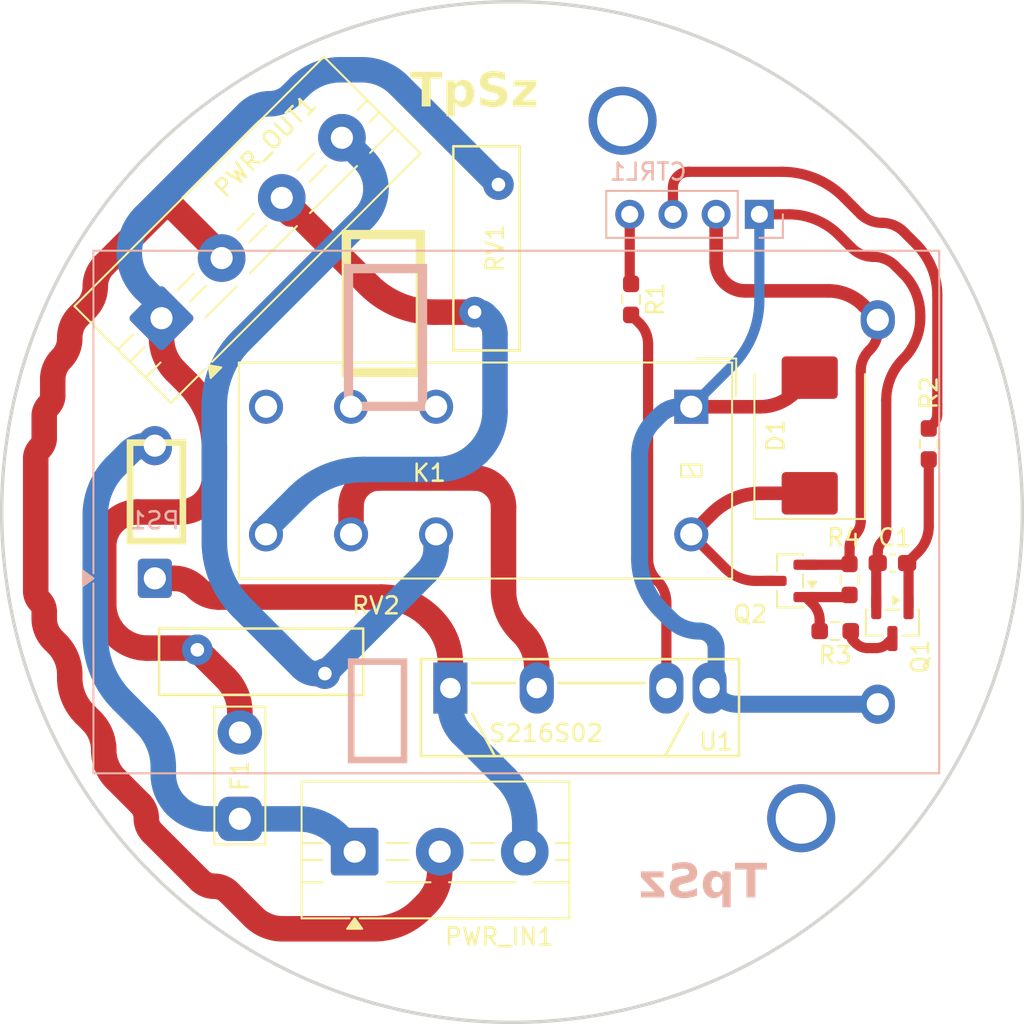
<source format=kicad_pcb>
(kicad_pcb (version 20241229) (generator "pcbnew") (generator_version "9.0")
  (layers (0 "F.Cu" signal) (2 "B.Cu" signal) (13 "F.Paste" user) (15 "B.Paste" user) (5 "F.SilkS" user "F.Silkscreen") (7 "B.SilkS" user "B.Silkscreen") (1 "F.Mask" user) (3 "B.Mask" user) (25 "Edge.Cuts" user))
  (net 0 "")
  (net 1 "Net-(Q1-B)")
  (net 2 "GND")
  (net 3 "SSR_EN")
  (net 4 "RELAY_EN")
  (net 5 "+12V")
  (net 6 "V_RELAY")
  (net 7 "N")
  (net 8 "N_OUT")
  (net 10 "UP")
  (net 11 "DOWN")
  (net 13 "L_RELAY")
  (net 15 "L")
  (net 16 "PE")
  (net 17 "Net-(Q1-C)")
  (net 18 "Net-(Q2-G)")
  (net 19 "Net-(R1-Pad2)")
  (footprint "TestPoint:TestPoint_2Pads_Pitch5.08mm_Drill1.3mm" (layer "F.Cu") (at 80.5 120.04 90)
    (property "Reference" "F1" (at 2.54 0 90) (layer "F.SilkS"))
    (property "Value" "Fuse_250V")
    (fp_line (start -1.5 -1.5) (end 6.6 -1.5) (stroke (width 0.12)) (layer "F.SilkS"))
    (fp_line (start -1.5 -1.5) (end -1.5 1.5) (stroke (width 0.12)) (layer "F.SilkS"))
    (fp_line (start 6.6 1.5) (end 6.6 -1.5) (stroke (width 0.12)) (layer "F.SilkS"))
    (fp_line (start 6.6 1.5) (end -1.5 1.5) (stroke (width 0.12)) (layer "F.SilkS"))
    (pad "1" thru_hole roundrect (at 0 0 90) (size 2.6 2.6) (drill 1.3) (layers "*.Cu" "*.Mask") (net 7 "N"))
    (pad "2" thru_hole circle (at 5.08 0 90) (size 2.6 2.6) (drill 1.3) (layers "*.Cu" "*.Mask") (net 8 "N_OUT"))
  )
  (footprint "Capacitor_SMD:C_0603_1608Metric_Pad1.08x0.95mm_HandSolder" (layer "F.Cu") (at 118.862499 105 180)
    (property "Reference" "C1" (at -0.137501 1.5 0) (layer "F.SilkS"))
    (property "Value" "1uF" (hide yes))
    (fp_line (start -0.146267 0.51) (end 0.146267 0.51) (stroke (width 0.12)) (layer "F.SilkS"))
    (fp_line (start -0.146267 -0.51) (end 0.146267 -0.51) (stroke (width 0.12)) (layer "F.SilkS"))
    (pad "1" smd roundrect (at -0.8625 0 180) (size 1.075 0.95) (layers "F.Cu" "F.Mask" "F.Paste") (net 1 "Net-(Q1-B)"))
    (pad "2" smd roundrect (at 0.8625 0 180) (size 1.075 0.95) (layers "F.Cu" "F.Mask" "F.Paste") (net 2 "GND"))
  )
  (footprint "Diode_SMD:D_SMC" (layer "F.Cu") (at 114 97.5 90)
    (property "Reference" "D1" (at 0 -2 90) (layer "F.SilkS"))
    (property "Value" "SS1010 F1" (hide yes))
    (fp_line (start -4.91 -3.25) (end 3.599999 -3.25) (stroke (width 0.12)) (layer "F.SilkS"))
    (fp_line (start -4.91 3.25) (end -4.91 -3.25) (stroke (width 0.12)) (layer "F.SilkS"))
    (fp_line (start -4.91 3.25) (end 3.599999 3.25) (stroke (width 0.12)) (layer "F.SilkS"))
    (pad "1" smd roundrect (at -3.4 0 180) (size 3.3 2.5) (layers "F.Cu" "F.Mask" "F.Paste") (roundrect_rratio 0.1) (net 6 "V_RELAY"))
    (pad "2" smd roundrect (at 3.4 0 180) (size 3.3 2.5) (layers "F.Cu" "F.Mask" "F.Paste") (roundrect_rratio 0.1) (net 2 "GND"))
  )
  (footprint "Varistor:RV_Disc_D12mm_W3.9mm_P7.5mm" (layer "F.Cu") (at 94.3 90.25 90)
    (property "Reference" "RV1" (at 3.75 1.2 90) (layer "F.SilkS"))
    (property "Value" "Varistor")
    (fp_line (start 9.750001 -1.25) (end 9.75 2.65) (stroke (width 0.15)) (layer "F.SilkS"))
    (fp_line (start -2.25 -1.25) (end 9.750001 -1.25) (stroke (width 0.15)) (layer "F.SilkS"))
    (fp_line (start -2.25 -1.25) (end -2.25 2.65) (stroke (width 0.15)) (layer "F.SilkS"))
    (fp_line (start -2.25 2.65) (end 9.75 2.65) (stroke (width 0.15)) (layer "F.SilkS"))
    (pad "1" thru_hole circle (at 0 0 90) (size 1.8 1.8) (drill 0.8) (layers "*.Cu" "*.Mask") (net 11 "DOWN"))
    (pad "2" thru_hole circle (at 7.499999 1.4 90) (size 1.8 1.8) (drill 0.8) (layers "*.Cu" "*.Mask") (net 8 "N_OUT"))
  )
  (footprint "Varistor:RV_Disc_D12mm_W3.9mm_P7.5mm" (layer "F.Cu") (at 85.5 111.5 180)
    (property "Reference" "RV2" (at -3 4 0) (layer "F.SilkS"))
    (property "Value" "Varistor")
    (fp_line (start 9.75 -1.25) (end 9.75 2.65) (stroke (width 0.15)) (layer "F.SilkS"))
    (fp_line (start -2.25 2.65) (end 9.75 2.65) (stroke (width 0.15)) (layer "F.SilkS"))
    (fp_line (start -2.25 -1.25) (end 9.75 -1.25) (stroke (width 0.15)) (layer "F.SilkS"))
    (fp_line (start -2.25 -1.25) (end -2.25 2.65) (stroke (width 0.15)) (layer "F.SilkS"))
    (pad "1" thru_hole circle (at 0 0 180) (size 1.8 1.8) (drill 0.8) (layers "*.Cu" "*.Mask") (net 10 "UP"))
    (pad "2" thru_hole circle (at 7.5 1.4 180) (size 1.8 1.8) (drill 0.8) (layers "*.Cu" "*.Mask") (net 8 "N_OUT"))
  )
  (footprint "Package_SIP:SIP4_Sharp-SSR_P7.62mm_Straight" (layer "F.Cu") (at 92.875 112.35)
    (property "Reference" "U1" (at 15.625 3.15 0) (layer "F.SilkS"))
    (property "Value" "S216S02" (at 5.625 2.65 0) (layer "F.SilkS"))
    (fp_line (start -1.73 -1.7) (end 16.97 -1.7) (stroke (width 0.15)) (layer "F.SilkS"))
    (fp_line (start -1.73 4) (end -1.73 -1.7) (stroke (width 0.15)) (layer "F.SilkS"))
    (fp_line (start 1.27 -0.3) (end 3.81 -0.3) (stroke (width 0.15)) (layer "F.SilkS"))
    (fp_line (start 2.62 4) (end 1.28 1.5) (stroke (width 0.15)) (layer "F.SilkS"))
    (fp_line (start 6.35 -0.3) (end 11.43 -0.3) (stroke (width 0.15)) (layer "F.SilkS"))
    (fp_line (start 12.62 4) (end 13.96 1.5) (stroke (width 0.15)) (layer "F.SilkS"))
    (fp_line (start 16.97 -1.7) (end 16.97 4) (stroke (width 0.15)) (layer "F.SilkS"))
    (fp_line (start 16.97 4) (end -1.73 4) (stroke (width 0.15)) (layer "F.SilkS"))
    (pad "1" thru_hole rect (at 0 0) (size 2 3) (drill 1.2) (layers "*.Cu" "*.Mask") (net 15 "L"))
    (pad "2" thru_hole oval (at 5.08 0) (size 2 3) (drill 1.2) (layers "*.Cu" "*.Mask") (net 13 "L_RELAY"))
    (pad "3" thru_hole oval (at 12.7 0) (size 2 3) (drill 1.2) (layers "*.Cu" "*.Mask") (net 19 "Net-(R1-Pad2)"))
    (pad "4" thru_hole oval (at 15.24 0) (size 2 3) (drill 1.2) (layers "*.Cu" "*.Mask") (net 2 "GND"))
  )
  (footprint "Relay_THT:Relay_DPDT_Omron_G2RL-2" (layer "F.Cu") (at 107.0375 95.8125 -90)
    (property "Reference" "K1" (at 3.889087 15.403806 0) (layer "F.SilkS"))
    (property "Value" "G2RL-2")
    (fp_line (start -2.6 26.6) (end 10.1 26.6) (stroke (width 0.12)) (layer "F.SilkS"))
    (fp_line (start 10.1 26.6) (end 10.1 -2.4) (stroke (width 0.12)) (layer "F.SilkS"))
    (fp_line (start 3.4 0.6) (end 4.1 0.6) (stroke (width 0.12)) (layer "F.SilkS"))
    (fp_line (start 4.1 0.6) (end 4.1 -0.6) (stroke (width 0.12)) (layer "F.SilkS"))
    (fp_line (start 3.4 0.199999) (end 4.1 -0.2) (stroke (width 0.12)) (layer "F.SilkS"))
    (fp_line (start -2.84 -0.3) (end -2.84 -2.64) (stroke (width 0.12)) (layer "F.SilkS"))
    (fp_line (start 3.4 -0.6) (end 3.4 0.6) (stroke (width 0.12)) (layer "F.SilkS"))
    (fp_line (start 4.1 -0.6) (end 3.4 -0.6) (stroke (width 0.12)) (layer "F.SilkS"))
    (fp_line (start -2.6 -2.4) (end -2.6 26.6) (stroke (width 0.12)) (layer "F.SilkS"))
    (fp_line (start 10.1 -2.4) (end -2.6 -2.4) (stroke (width 0.12)) (layer "F.SilkS"))
    (fp_line (start -2.84 -2.64) (end -0.65 -2.639999) (stroke (width 0.12)) (layer "F.SilkS"))
    (pad "11" thru_hole circle (at 0 20.000001 270) (size 2 2) (drill 1.3) (layers "*.Cu" "*.Mask"))
    (pad "12" thru_hole circle (at 0 15 270) (size 2 2) (drill 1.3) (layers "*.Cu" "*.Mask"))
    (pad "14" thru_hole circle (at 0 25.000001 270) (size 2 2) (drill 1.3) (layers "*.Cu" "*.Mask"))
    (pad "21" thru_hole circle (at 7.499999 20 270) (size 2 2) (drill 1.3) (layers "*.Cu" "*.Mask") (net 13 "L_RELAY"))
    (pad "22" thru_hole circle (at 7.5 15 270) (size 2 2) (drill 1.3) (layers "*.Cu" "*.Mask") (net 10 "UP"))
    (pad "24" thru_hole circle (at 7.499999 25 270) (size 2 2) (drill 1.3) (layers "*.Cu" "*.Mask") (net 11 "DOWN"))
    (pad "A1" thru_hole rect (at 0 0 270) (size 2 2) (drill 1.3) (layers "*.Cu" "*.Mask") (net 2 "GND"))
    (pad "A2" thru_hole circle (at 7.5 0 270) (size 2 2) (drill 1.3) (layers "*.Cu" "*.Mask") (net 6 "V_RELAY"))
  )
  (footprint "Resistor_SMD:R_0603_1608Metric_Pad0.98x0.95mm_HandSolder" (layer "F.Cu") (at 121 98 -90)
    (property "Reference" "R2" (at -3 0 90) (layer "F.SilkS"))
    (property "Value" "1k")
    (fp_line (start -0.254724 0.5225) (end 0.254724 0.5225) (stroke (width 0.12)) (layer "F.SilkS"))
    (fp_line (start -0.254724 -0.5225) (end 0.254724 -0.5225) (stroke (width 0.12)) (layer "F.SilkS"))
    (pad "1" smd roundrect (at -0.9125 0 270) (size 0.975 0.95) (layers "F.Cu" "F.Mask" "F.Paste") (net 4 "RELAY_EN"))
    (pad "2" smd roundrect (at 0.9125 0 270) (size 0.975 0.95) (layers "F.Cu" "F.Mask" "F.Paste") (net 1 "Net-(Q1-B)"))
  )
  (footprint "Package_TO_SOT_SMD:SOT-23" (layer "F.Cu") (at 118.862499 108.5 -90)
    (property "Reference" "Q1" (at 2 -1.637501 90) (layer "F.SilkS"))
    (property "Value" "BC817" (hide yes))
    (fp_line (start -0.76 1.56) (end -0.76 1.51) (stroke (width 0.12)) (layer "F.SilkS"))
    (fp_line (start 0.76 1.56) (end -0.76 1.56) (stroke (width 0.12)) (layer "F.SilkS"))
    (fp_line (start 0.76 0.56) (end 0.76 1.56) (stroke (width 0.12)) (layer "F.SilkS"))
    (fp_line (start -0.76 0.39) (end -0.76 -0.39) (stroke (width 0.12)) (layer "F.SilkS"))
    (fp_line (start -0.76 -1.51) (end -0.76 -1.56) (stroke (width 0.12)) (layer "F.SilkS"))
    (fp_line (start -0.76 -1.56) (end 0.76 -1.56) (stroke (width 0.12)) (layer "F.SilkS"))
    (fp_line (start 0.76 -1.56) (end 0.76 -0.56) (stroke (width 0.12)) (layer "F.SilkS"))
    (fp_poly (pts (xy -1.3 -0.38) (xy -1.06 -0.05) (xy -1.54 -0.05)) (stroke (width 0.12)) (fill yes) (layer "F.SilkS"))
    (pad "1" smd roundrect (at -0.9375 -0.95 270) (size 1.475 0.6) (layers "F.Cu" "F.Mask" "F.Paste") (net 1 "Net-(Q1-B)"))
    (pad "2" smd roundrect (at -0.9375 0.95 270) (size 1.475 0.6) (layers "F.Cu" "F.Mask" "F.Paste") (net 2 "GND"))
    (pad "3" smd roundrect (at 0.9375 0 270) (size 1.475 0.6) (layers "F.Cu" "F.Mask" "F.Paste") (net 17 "Net-(Q1-C)"))
  )
  (footprint "Package_TO_SOT_SMD:SOT-23" (layer "F.Cu") (at 112.843749 106.05 180)
    (property "Reference" "Q2" (at 2.343749 -1.95 0) (layer "F.SilkS"))
    (property "Value" "TSM500P02CX" (hide yes))
    (fp_line (start 0.76 1.56) (end -0.76 1.56) (stroke (width 0.12)) (layer "F.SilkS"))
    (fp_line (start 0.76 0.56) (end 0.76 1.56) (stroke (width 0.12)) (layer "F.SilkS"))
    (fp_line (start 0.76 -1.56) (end 0.76 -0.56) (stroke (width 0.12)) (layer "F.SilkS"))
    (fp_line (start -0.76 1.56) (end -0.76 1.51) (stroke (width 0.12)) (layer "F.SilkS"))
    (fp_line (start -0.76 0.39) (end -0.76 -0.39) (stroke (width 0.12)) (layer "F.SilkS"))
    (fp_line (start -0.76 -1.51) (end -0.76 -1.56) (stroke (width 0.12)) (layer "F.SilkS"))
    (fp_line (start -0.76 -1.56) (end 0.76 -1.56) (stroke (width 0.12)) (layer "F.SilkS"))
    (fp_poly (pts (xy -1.3 -0.38) (xy -1.06 -0.05) (xy -1.54 -0.05)) (stroke (width 0.12)) (fill yes) (layer "F.SilkS"))
    (pad "1" smd roundrect (at -0.9375 -0.95 180) (size 1.475 0.6) (layers "F.Cu" "F.Mask" "F.Paste") (net 18 "Net-(Q2-G)"))
    (pad "2" smd roundrect (at -0.9375 0.95 180) (size 1.475 0.6) (layers "F.Cu" "F.Mask" "F.Paste") (net 5 "+12V"))
    (pad "3" smd roundrect (at 0.9375 0 180) (size 1.475 0.6) (layers "F.Cu" "F.Mask" "F.Paste") (net 6 "V_RELAY"))
  )
  (footprint "TerminalBlock:TerminalBlock_MaiXu_MX126-5.0-03P_1x03_P5.00mm" (layer "F.Cu") (at 87.25 121.9675)
    (property "Reference" "PWR_IN1" (at 8.5 5 0) (layer "F.SilkS"))
    (property "Value" "Screw_Terminal_01x03" (hide yes))
    (fp_line (start -3.12 -4.12) (end 12.62 -4.12) (stroke (width 0.12)) (layer "F.SilkS"))
    (fp_line (start -3.12 -0.5) (end -1.88 -0.5) (stroke (width 0.12)) (layer "F.SilkS"))
    (fp_line (start -3.12 0.5) (end -1.88 0.5) (stroke (width 0.12)) (layer "F.SilkS"))
    (fp_line (start -3.12 1.8) (end -1.88 1.8) (stroke (width 0.12)) (layer "F.SilkS"))
    (fp_line (start -3.12 3.92) (end -3.12 -4.12) (stroke (width 0.12)) (layer "F.SilkS"))
    (fp_line (start -0.3 3.92) (end -3.12 3.92) (stroke (width 0.12)) (layer "F.SilkS"))
    (fp_line (start 1.88 -0.5) (end 3.188 -0.5) (stroke (width 0.12)) (layer "F.SilkS"))
    (fp_line (start 1.88 0.5) (end 3.188 0.5) (stroke (width 0.12)) (layer "F.SilkS"))
    (fp_line (start 1.88 1.8) (end 4.457 1.8) (stroke (width 0.12)) (layer "F.SilkS"))
    (fp_line (start 5.543 1.8) (end 9.457 1.8) (stroke (width 0.12)) (layer "F.SilkS"))
    (fp_line (start 6.812 -0.5) (end 8.188 -0.5) (stroke (width 0.12)) (layer "F.SilkS"))
    (fp_line (start 6.812 0.5) (end 8.188 0.5) (stroke (width 0.12)) (layer "F.SilkS"))
    (fp_line (start 10.543 1.8) (end 12.62 1.8) (stroke (width 0.12)) (layer "F.SilkS"))
    (fp_line (start 11.812 -0.5) (end 12.62 -0.5) (stroke (width 0.12)) (layer "F.SilkS"))
    (fp_line (start 11.812 0.5) (end 12.62 0.5) (stroke (width 0.12)) (layer "F.SilkS"))
    (fp_line (start 12.62 -4.12) (end 12.62 3.92) (stroke (width 0.12)) (layer "F.SilkS"))
    (fp_line (start 12.62 3.92) (end 0.3 3.92) (stroke (width 0.12)) (layer "F.SilkS"))
    (fp_poly (pts (xy 0 3.92) (xy 0.44 4.53) (xy -0.44 4.53)) (stroke (width 0.12)) (fill yes) (layer "F.SilkS"))
    (pad "1" thru_hole roundrect (at 0 0) (size 2.8 2.8) (drill 1.3) (layers "*.Cu" "*.Mask") (roundrect_rratio 0.089286) (net 7 "N"))
    (pad "2" thru_hole circle (at 5 0) (size 2.8 2.8) (drill 1.3) (layers "*.Cu" "*.Mask") (net 16 "PE"))
    (pad "3" thru_hole circle (at 10 0) (size 2.8 2.8) (drill 1.3) (layers "*.Cu" "*.Mask") (net 15 "L"))
  )
  (footprint "Resistor_SMD:R_0603_1608Metric_Pad0.98x0.95mm_HandSolder" (layer "F.Cu") (at 103.5 89.5 -90)
    (property "Reference" "R1" (at 0 -1.43 90) (layer "F.SilkS"))
    (property "Value" "220R")
    (fp_line (start -0.254724 0.5225) (end 0.254724 0.5225) (stroke (width 0.12)) (layer "F.SilkS"))
    (fp_line (start -0.254724 -0.5225) (end 0.254724 -0.5225) (stroke (width 0.12)) (layer "F.SilkS"))
    (pad "1" smd roundrect (at -0.9125 0 270) (size 0.975 0.95) (layers "F.Cu" "F.Mask" "F.Paste") (net 3 "SSR_EN"))
    (pad "2" smd roundrect (at 0.9125 0 270) (size 0.975 0.95) (layers "F.Cu" "F.Mask" "F.Paste") (net 19 "Net-(R1-Pad2)"))
  )
  (footprint "Resistor_SMD:R_0603_1608Metric_Pad0.98x0.95mm_HandSolder" (layer "F.Cu") (at 115.499999 109 180)
    (property "Reference" "R3" (at 0 -1.43 0) (layer "F.SilkS"))
    (property "Value" "100R" (hide yes))
    (fp_line (start -0.254724 0.5225) (end 0.254724 0.5225) (stroke (width 0.12)) (layer "F.SilkS"))
    (fp_line (start -0.254724 -0.5225) (end 0.254724 -0.5225) (stroke (width 0.12)) (layer "F.SilkS"))
    (pad "1" smd roundrect (at -0.9125 0 180) (size 0.975 0.95) (layers "F.Cu" "F.Mask" "F.Paste") (net 17 "Net-(Q1-C)"))
    (pad "2" smd roundrect (at 0.9125 0 180) (size 0.975 0.95) (layers "F.Cu" "F.Mask" "F.Paste") (net 18 "Net-(Q2-G)"))
  )
  (footprint "Resistor_SMD:R_0603_1608Metric_Pad0.98x0.95mm_HandSolder" (layer "F.Cu") (at 116.343749 105.9625 -90)
    (property "Reference" "R4" (at -2.4625 0.343749 180) (layer "F.SilkS"))
    (property "Value" "10k" (hide yes))
    (fp_line (start -0.254724 0.5225) (end 0.254724 0.5225) (stroke (width 0.12)) (layer "F.SilkS"))
    (fp_line (start -0.254724 -0.5225) (end 0.254724 -0.5225) (stroke (width 0.12)) (layer "F.SilkS"))
    (pad "1" smd roundrect (at -0.9125 0 270) (size 0.975 0.95) (layers "F.Cu" "F.Mask" "F.Paste") (net 5 "+12V"))
    (pad "2" smd roundrect (at 0.9125 0 270) (size 0.975 0.95) (layers "F.Cu" "F.Mask" "F.Paste") (net 18 "Net-(Q2-G)"))
  )
  (footprint "TerminalBlock:TerminalBlock_MaiXu_MX126-5.0-04P_1x04_P5.00mm" (layer "F.Cu") (at 75.893398 90.606602 45)
    (property "Reference" "PWR_OUT1" (at 11.464466 -2.828427 45) (layer "F.SilkS"))
    (property "Value" "Screw_Terminal_01x04" (hide yes))
    (fp_line (start -3.12 -4.12) (end 17.62 -4.119999) (stroke (width 0.12)) (layer "F.SilkS"))
    (fp_line (start -3.12 -0.5) (end -1.88 -0.5) (stroke (width 0.12)) (layer "F.SilkS"))
    (fp_line (start -3.12 0.5) (end -1.88 0.5) (stroke (width 0.12)) (layer "F.SilkS"))
    (fp_line (start -3.12 1.8) (end -1.88 1.8) (stroke (width 0.12)) (layer "F.SilkS"))
    (fp_line (start -3.12 3.92) (end -3.12 -4.12) (stroke (width 0.12)) (layer "F.SilkS"))
    (fp_line (start 1.88 -0.5) (end 3.188 -0.5) (stroke (width 0.12)) (layer "F.SilkS"))
    (fp_line (start 1.88 0.5) (end 3.188 0.5) (stroke (width 0.12)) (layer "F.SilkS"))
    (fp_line (start -0.3 3.920001) (end -3.12 3.92) (stroke (width 0.12)) (layer "F.SilkS"))
    (fp_line (start 1.88 1.8) (end 4.457 1.8) (stroke (width 0.12)) (layer "F.SilkS"))
    (fp_line (start 6.812 -0.5) (end 8.188 -0.5) (stroke (width 0.12)) (layer "F.SilkS"))
    (fp_line (start 6.812 0.5) (end 8.188 0.5) (stroke (width 0.12)) (layer "F.SilkS"))
    (fp_line (start 5.543 1.8) (end 9.457 1.8) (stroke (width 0.12)) (layer "F.SilkS"))
    (fp_line (start 11.812 -0.5) (end 13.188 -0.5) (stroke (width 0.12)) (layer "F.SilkS"))
    (fp_line (start 11.812 0.5) (end 13.188 0.5) (stroke (width 0.12)) (layer "F.SilkS"))
    (fp_line (start 10.543 1.8) (end 14.457 1.8) (stroke (width 0.12)) (layer "F.SilkS"))
    (fp_line (start 17.62 -4.119999) (end 17.62 3.92) (stroke (width 0.12)) (layer "F.SilkS"))
    (fp_line (start 16.812 -0.5) (end 17.62 -0.5) (stroke (width 0.12)) (layer "F.SilkS"))
    (fp_line (start 16.812 0.5) (end 17.62 0.5) (stroke (width 0.12)) (layer "F.SilkS"))
    (fp_line (start 15.543 1.8) (end 17.62 1.8) (stroke (width 0.12)) (layer "F.SilkS"))
    (fp_line (start 17.62 3.92) (end 0.3 3.920001) (stroke (width 0.12)) (layer "F.SilkS"))
    (fp_poly (pts (xy 0 3.920001) (xy 0.44 4.53) (xy -0.44 4.53)) (stroke (width 0.12)) (fill yes) (layer "F.SilkS"))
    (pad "1" thru_hole roundrect (at 0 0 45) (size 2.8 2.8) (drill 1.3) (layers "*.Cu" "*.Mask") (roundrect_rratio 0.089286) (net 8 "N_OUT"))
    (pad "2" thru_hole circle (at 5 0 45) (size 2.8 2.8) (drill 1.3) (layers "*.Cu" "*.Mask") (net 16 "PE"))
    (pad "3" thru_hole circle (at 10 0 45) (size 2.8 2.8) (drill 1.3) (layers "*.Cu" "*.Mask") (net 11 "DOWN"))
    (pad "4" thru_hole circle (at 15 0 45) (size 2.8 2.8) (drill 1.3) (layers "*.Cu" "*.Mask") (net 10 "UP"))
  )
  (footprint "Connector_PinHeader_2.54mm:PinHeader_1x04_P2.54mm_Vertical" (layer "B.Cu") (at 111.04 84.5 90)
    (property "Reference" "CTRL1" (at 2.5 -6.54 180) (layer "B.SilkS") (effects (justify mirror)))
    (property "Value" "Conn_01x04_Socket" (hide yes))
    (fp_line (start -1.38 -9) (end 1.38 -9) (stroke (width 0.12)) (layer "B.SilkS"))
    (fp_line (start 1.38 -1.27) (end 1.38 -9) (stroke (width 0.12)) (layer "B.SilkS"))
    (fp_line (start -1.38 -1.27) (end -1.38 -9) (stroke (width 0.12)) (layer "B.SilkS"))
    (fp_line (start -1.38 -1.27) (end 1.38 -1.27) (stroke (width 0.12)) (layer "B.SilkS"))
    (fp_line (start -1.38 0) (end -1.38 1.38) (stroke (width 0.12)) (layer "B.SilkS"))
    (fp_line (start -1.38 1.38) (end 0 1.38) (stroke (width 0.12)) (layer "B.SilkS"))
    (pad "1" thru_hole rect (at 0 0 90) (size 1.7 1.7) (drill 1) (layers "*.Cu" "*.Mask") (net 2 "GND"))
    (pad "2" thru_hole circle (at 0 -2.54 90) (size 1.7 1.7) (drill 1) (layers "*.Cu" "*.Mask") (net 5 "+12V"))
    (pad "3" thru_hole circle (at 0 -5.08 90) (size 1.7 1.7) (drill 1) (layers "*.Cu" "*.Mask") (net 4 "RELAY_EN"))
    (pad "4" thru_hole circle (at 0 -7.62 90) (size 1.7 1.7) (drill 1) (layers "*.Cu" "*.Mask") (net 3 "SSR_EN"))
  )
  (footprint "Converter_ACDC:Converter_ACDC_Hi-Link_HLK-10Mxx" (layer "B.Cu") (at 75.5025 105.9)
    (property "Reference" "PS1" (at -0.0025 -3.4 0) (layer "B.SilkS") (effects (justify mirror)))
    (property "Value" "HLK-10M12")
    (fp_line (start -3.61 -19.26) (end -3.61 -0.296) (stroke (width 0.12)) (layer "B.SilkS"))
    (fp_line (start -3.61 0.296) (end -3.61 11.46) (stroke (width 0.12)) (layer "B.SilkS"))
    (fp_line (start -3.61 11.46) (end 46.11 11.46) (stroke (width 0.12)) (layer "B.SilkS"))
    (fp_line (start 46.11 -19.26) (end -3.61 -19.26) (stroke (width 0.12)) (layer "B.SilkS"))
    (fp_line (start 46.11 11.46) (end 46.11 -19.26) (stroke (width 0.12)) (layer "B.SilkS"))
    (fp_poly (pts (xy -3.61 0) (xy -4.22 -0.44) (xy -4.22 0.44)) (stroke (width 0.12)) (fill yes) (layer "B.SilkS"))
    (pad "1" thru_hole roundrect (at 0 0) (size 2 2.3) (drill 1.3) (layers "*.Cu" "*.Mask") (roundrect_rratio 0.125) (net 15 "L"))
    (pad "2" thru_hole oval (at 0 -7.8) (size 2 2.3) (drill 1.3) (layers "*.Cu" "*.Mask") (net 7 "N"))
    (pad "3" thru_hole oval (at 42.5 7.4) (size 2 2.3) (drill 1.3) (layers "*.Cu" "*.Mask") (net 2 "GND"))
    (pad "4" thru_hole oval (at 42.5 -15.2) (size 2 2.3) (drill 1.3) (layers "*.Cu" "*.Mask") (net 5 "+12V"))
  )
  (gr_circle (center 96.5 102) (end 126.5 102) (stroke (width 0.2)) (fill no) (layer "Edge.Cuts"))
  (gr_text "" (at 86 93.5 0) (layer "F.SilkS") (effects (font (size 7 7) (thickness 0.1)) (justify left bottom)))
  (gr_text "TpSz" (at 90.5 78.5 0) (layer "F.SilkS") (effects (font (size 2 2) (thickness 0.3) (bold yes)) (justify left bottom)))
  (gr_text "" (at 73.5 103.5 0) (layer "F.SilkS") (effects (font (size 5 5) (thickness 0.1)) (justify left bottom)))
  (gr_text "TpSz" (at 111.5 125 -0) (layer "B.SilkS") (effects (font (size 2 2) (thickness 0.3) (bold yes)) (justify left bottom mirror)))
  (gr_text "" (at 92 95.5 -0) (layer "B.SilkS") (effects (font (size 7 7) (thickness 0.1)) (justify left bottom mirror)))
  (gr_text "" (at 86.5 111 180) (layer "B.SilkS") (effects (font (size 5 5) (thickness 0.1)) (justify left bottom mirror)))
  (via (at 113.5 120) (size 4) (drill 3) (layers "F.Cu" "B.Cu") (net 0))
  (via (at 103 79) (size 4) (drill 3) (layers "F.Cu" "B.Cu") (net 0))
  (segment (start 119.812499 105.149372) (end 119.812499 107.5625) (width 0.6) (layer "F.Cu") (net 1))
  (segment (start 121 102.823437) (end 121 98.9125) (width 0.6) (layer "F.Cu") (net 1))
  (segment (start 120.362499 104.362499) (end 119.724999 105) (width 0.6) (layer "F.Cu") (net 1))
  (arc (start 121 102.823437) (mid 120.834318 103.656371) (end 120.362499 104.362499) (width 0.6) (layer "F.Cu") (net 1))
  (segment (start 116.469669 86.469669) (end 115.723294 85.723294) (width 0.6) (layer "F.Cu") (net 2))
  (segment (start 117.999999 104.353555) (end 117.999999 105) (width 0.6) (layer "F.Cu") (net 2))
  (segment (start 119.03033 87.53033) (end 119.5 88) (width 0.6) (layer "F.Cu") (net 2))
  (segment (start 118.5 103.146445) (end 118.5 95.414213) (width 0.6) (layer "F.Cu") (net 2))
  (segment (start 117.912499 105.149372) (end 117.912499 107.5625) (width 0.6) (layer "F.Cu") (net 2))
  (segment (start 120.5 90.585786) (end 120.5 90.414213) (width 0.6) (layer "F.Cu") (net 2))
  (segment (start 113.14375 94.95625) (end 114 94.1) (width 0.8) (layer "F.Cu") (net 2))
  (segment (start 112.77 84.5) (end 111.04 84.5) (width 0.6) (layer "F.Cu") (net 2))
  (segment (start 111.076579 95.8125) (end 107.0375 95.8125) (width 0.8) (layer "F.Cu") (net 2))
  (arc (start 120.5 90.414213) (mid 120.240108 89.10765) (end 119.5 88) (width 0.6) (layer "F.Cu") (net 2))
  (arc (start 118.249999 103.75) (mid 118.435026 103.473086) (end 118.5 103.146445) (width 0.6) (layer "F.Cu") (net 2))
  (arc (start 113.14375 94.95625) (mid 112.195324 95.589967) (end 111.076579 95.8125) (width 0.8) (layer "F.Cu") (net 2))
  (arc (start 117.999999 104.353555) (mid 118.064971 104.026913) (end 118.249999 103.75) (width 0.6) (layer "F.Cu") (net 2))
  (arc (start 119.03033 87.53033) (mid 118.442909 87.137828) (end 117.75 87) (width 0.6) (layer "F.Cu") (net 2))
  (arc (start 119.5 93) (mid 118.759891 94.10765) (end 118.5 95.414213) (width 0.6) (layer "F.Cu") (net 2))
  (arc (start 120.5 90.585786) (mid 120.240108 91.892349) (end 119.5 93) (width 0.6) (layer "F.Cu") (net 2))
  (arc (start 116.469669 86.469669) (mid 117.05709 86.862171) (end 117.75 87) (width 0.6) (layer "F.Cu") (net 2))
  (arc (start 112.77 84.5) (mid 114.368311 84.817923) (end 115.723294 85.723294) (width 0.6) (layer "F.Cu") (net 2))
  (segment (start 107.514796 95.335202) (end 109.446207 93.403792) (width 0.6) (layer "B.Cu") (net 2))
  (segment (start 111.04 89.556036) (end 111.04 84.5) (width 0.6) (layer "B.Cu") (net 2))
  (segment (start 104 104.732233) (end 104 98.693242) (width 1) (layer "B.Cu") (net 2))
  (segment (start 109.736751 113.3) (end 118.0025 113.3) (width 1) (layer "B.Cu") (net 2))
  (segment (start 104.84375 96.65625) (end 105.210202 96.289797) (width 1) (layer "B.Cu") (net 2))
  (segment (start 108.5 110) (end 108.5 111.692763) (width 1) (layer "B.Cu") (net 2))
  (segment (start 105.25 107.75) (end 105.792893 108.292893) (width 1) (layer "B.Cu") (net 2))
  (segment (start 108.3075 112.5425) (end 108.59 112.825) (width 1) (layer "B.Cu") (net 2))
  (arc (start 104 104.732233) (mid 104.324864 106.365436) (end 105.25 107.75) (width 1) (layer "B.Cu") (net 2))
  (arc (start 108.5 111.692763) (mid 108.44997 111.944277) (end 108.3075 112.1575) (width 1) (layer "B.Cu") (net 2))
  (arc (start 111.04 89.556036) (mid 110.625786 91.638426) (end 109.446207 93.403792) (width 0.6) (layer "B.Cu") (net 2))
  (arc (start 107.5 109) (mid 106.57612 108.816228) (end 105.792893 108.292893) (width 1) (layer "B.Cu") (net 2))
  (arc (start 106.3625 95.8125) (mid 106.986118 95.688454) (end 107.514796 95.335202) (width 0.6) (layer "B.Cu") (net 2))
  (arc (start 106.3625 95.8125) (mid 105.738881 95.936545) (end 105.210202 96.289797) (width 1) (layer "B.Cu") (net 2))
  (arc (start 107.5 109) (mid 108.207106 109.292893) (end 108.5 110) (width 1) (layer "B.Cu") (net 2))
  (arc (start 104.84375 96.65625) (mid 104.219283 97.59083) (end 104 98.693242) (width 1) (layer "B.Cu") (net 2))
  (arc (start 108.3075 112.5425) (mid 108.227763 112.35) (end 108.3075 112.1575) (width 1) (layer "B.Cu") (net 2))
  (arc (start 109.736751 113.3) (mid 109.116133 113.176551) (end 108.59 112.825) (width 1) (layer "B.Cu") (net 2))
  (segment (start 103.46 88.5475) (end 103.5 88.5875) (width 0.6) (layer "F.Cu") (net 3))
  (segment (start 103.42 88.450931) (end 103.42 84.5) (width 0.6) (layer "F.Cu") (net 3))
  (arc (start 103.46 88.5475) (mid 103.430395 88.503193) (end 103.42 88.450931) (width 0.6) (layer "F.Cu") (net 3))
  (segment (start 121.5 96.233946) (end 121.5 89.267766) (width 0.6) (layer "F.Cu") (net 4))
  (segment (start 116.969669 84.469669) (end 116 83.5) (width 0.6) (layer "F.Cu") (net 4))
  (segment (start 105.96 82.921837) (end 105.96 84.5) (width 0.6) (layer "F.Cu") (net 4))
  (segment (start 121.25 96.8375) (end 121 97.0875) (width 0.6) (layer "F.Cu") (net 4))
  (segment (start 106.881837 82) (end 112.378679 82) (width 0.6) (layer "F.Cu") (net 4))
  (segment (start 119.53033 85.53033) (end 120.25 86.25) (width 0.6) (layer "F.Cu") (net 4))
  (arc (start 118.25 85) (mid 117.55709 84.862171) (end 116.969669 84.469669) (width 0.6) (layer "F.Cu") (net 4))
  (arc (start 112.378679 82) (mid 114.338523 82.389837) (end 116 83.5) (width 0.6) (layer "F.Cu") (net 4))
  (arc (start 121.5 89.267766) (mid 121.175135 87.634562) (end 120.25 86.25) (width 0.6) (layer "F.Cu") (net 4))
  (arc (start 106.23 82.27) (mid 106.03017 82.569065) (end 105.96 82.921837) (width 0.6) (layer "F.Cu") (net 4))
  (arc (start 121.5 96.233946) (mid 121.435027 96.560587) (end 121.25 96.8375) (width 0.6) (layer "F.Cu") (net 4))
  (arc (start 119.53033 85.53033) (mid 118.942909 85.137828) (end 118.25 85) (width 0.6) (layer "F.Cu") (net 4))
  (arc (start 106.23 82.27) (mid 106.529065 82.07017) (end 106.881837 82) (width 0.6) (layer "F.Cu") (net 4))
  (segment (start 117.543764 90.241264) (end 117.1525 89.85) (width 0.8) (layer "F.Cu") (net 5))
  (segment (start 110.207106 89) (end 115.100418 89) (width 0.8) (layer "F.Cu") (net 5))
  (segment (start 108.5 87.292893) (end 108.5 84.5) (width 0.8) (layer "F.Cu") (net 5))
  (segment (start 117.50125 92.49875) (end 117.543764 92.456235) (width 0.6) (layer "F.Cu") (net 5))
  (segment (start 116.258394 105.1) (end 113.816605 105.1) (width 0.6) (layer "F.Cu") (net 5))
  (segment (start 116.343749 104.12029) (end 116.343749 105.05) (width 0.6) (layer "F.Cu") (net 5))
  (segment (start 117 102.53596) (end 117 93.708874) (width 0.6) (layer "F.Cu") (net 5))
  (arc (start 115.100418 89) (mid 116.210996 89.220907) (end 117.1525 89.85) (width 0.8) (layer "F.Cu") (net 5))
  (arc (start 117.543764 90.241264) (mid 117.883278 90.749383) (end 118.0025 91.34875) (width 0.8) (layer "F.Cu") (net 5))
  (arc (start 110.207106 89) (mid 109.553825 88.870054) (end 109 88.5) (width 0.8) (layer "F.Cu") (net 5))
  (arc (start 117 102.53596) (mid 116.914722 102.964676) (end 116.671874 103.328125) (width 0.6) (layer "F.Cu") (net 5))
  (arc (start 117 93.708874) (mid 117.13027 93.053959) (end 117.50125 92.49875) (width 0.6) (layer "F.Cu") (net 5))
  (arc (start 117.543764 92.456235) (mid 117.883278 91.948116) (end 118.0025 91.34875) (width 0.6) (layer "F.Cu") (net 5))
  (arc (start 116.671874 103.328125) (mid 116.429025 103.691573) (end 116.343749 104.12029) (width 0.6) (layer "F.Cu") (net 5))
  (arc (start 108.5 87.292893) (mid 108.629945 87.946174) (end 109 88.5) (width 0.8) (layer "F.Cu") (net 5))
  (segment (start 110.840624 106.05) (end 111.906249 106.05) (width 0.6) (layer "F.Cu") (net 6))
  (segment (start 111.155895 100.9) (end 114 100.9) (width 0.8) (layer "F.Cu") (net 6))
  (segment (start 107.0375 103.3125) (end 108.24375 102.10625) (width 0.8) (layer "F.Cu") (net 6))
  (segment (start 107.0375 103.3125) (end 109.021489 105.296489) (width 0.6) (layer "F.Cu") (net 6))
  (arc (start 110.840624 106.05) (mid 109.856115 105.854168) (end 109.021489 105.296489) (width 0.6) (layer "F.Cu") (net 6))
  (arc (start 108.24375 102.10625) (mid 109.579853 101.213494) (end 111.155895 100.9) (width 0.8) (layer "F.Cu") (net 6))
  (segment (start 72 109.246036) (end 72 102.197056) (width 1.5) (layer "B.Cu") (net 7))
  (segment (start 86.28625 121.00375) (end 87.25 121.9675) (width 1.5) (layer "B.Cu") (net 7))
  (segment (start 74.95125 98.1) (end 75.5025 98.1) (width 1.5) (layer "B.Cu") (net 7))
  (segment (start 76 117.411055) (end 76 117) (width 1.5) (layer "B.Cu") (net 7))
  (segment (start 73.593792 113.093792) (end 74.939339 114.439339) (width 1.5) (layer "B.Cu") (net 7))
  (segment (start 78.628944 120.04) (end 80.5 120.04) (width 1.5) (layer "B.Cu") (net 7))
  (segment (start 80.5 120.04) (end 83.959551 120.04) (width 1.5) (layer "B.Cu") (net 7))
  (segment (start 74.010207 98.489792) (end 73.2 99.3) (width 1.5) (layer "B.Cu") (net 7))
  (arc (start 73.2 99.3) (mid 72.311869 100.62918) (end 72 102.197056) (width 1.5) (layer "B.Cu") (net 7))
  (arc (start 74.939339 114.439339) (mid 75.724343 115.61418) (end 76 117) (width 1.5) (layer "B.Cu") (net 7))
  (arc (start 76 117.411055) (mid 76.200116 118.417108) (end 76.77 119.27) (width 1.5) (layer "B.Cu") (net 7))
  (arc (start 74.95125 98.1) (mid 74.441961 98.201303) (end 74.010207 98.489792) (width 1.5) (layer "B.Cu") (net 7))
  (arc (start 76.77 119.27) (mid 77.62289 119.839883) (end 78.628944 120.04) (width 1.5) (layer "B.Cu") (net 7))
  (arc (start 72 109.246036) (mid 72.414213 111.328426) (end 73.593792 113.093792) (width 1.5) (layer "B.Cu") (net 7))
  (arc (start 86.28625 121.00375) (mid 85.218751 120.29047) (end 83.959551 120.04) (width 1.5) (layer "B.Cu") (net 7))
  (segment (start 77.000001 102) (end 74.499998 102) (width 1.5) (layer "F.Cu") (net 8))
  (segment (start 75.06066 110) (end 77.82929 110) (width 1.5) (layer "F.Cu") (net 8))
  (segment (start 78.025001 110.125) (end 77.975001 110.075) (width 1.5) (layer "F.Cu") (net 8))
  (segment (start 72.5 107.439339) (end 72.5 103.999998) (width 1.5) (layer "F.Cu") (net 8))
  (segment (start 77.975001 110.075) (end 78.025 110.125) (width 1.5) (layer "F.Cu") (net 8))
  (segment (start 75.893398 91.75) (end 75.893398 90.860728) (width 1.5) (layer "F.Cu") (net 8))
  (segment (start 80.5 113.78) (end 80.5 114.96) (width 1.5) (layer "F.Cu") (net 8))
  (segment (start 76.701902 93.701902) (end 77.446699 94.446699) (width 1.5) (layer "F.Cu") (net 8))
  (segment (start 77.950001 110.05) (end 77.975001 110.075) (width 1.5) (layer "F.Cu") (net 8))
  (segment (start 76.147524 90.606602) (end 76.40165 90.606602) (width 1.5) (layer "F.Cu") (net 8))
  (segment (start 78.025001 110.125) (end 78.100001 110.2) (width 1.5) (layer "F.Cu") (net 8))
  (segment (start 79.665613 111.765613) (end 78.025 110.125) (width 1.5) (layer "F.Cu") (net 8))
  (segment (start 79 100.000001) (end 79 98.196699) (width 1.5) (layer "F.Cu") (net 8))
  (arc (start 75.893398 90.860728) (mid 75.967829 90.681033) (end 76.147524 90.606602) (width 1.5) (layer "F.Cu") (net 8))
  (arc (start 75.893398 91.75) (mid 76.103521 92.806361) (end 76.701902 93.701902) (width 1.5) (layer "F.Cu") (net 8))
  (arc (start 75.06066 110) (mid 74.080737 109.805081) (end 73.25 109.25) (width 1.5) (layer "F.Cu") (net 8))
  (arc (start 73.25 109.25) (mid 72.694918 108.419261) (end 72.5 107.439339) (width 1.5) (layer "F.Cu") (net 8))
  (arc (start 78.025 110.125) (mid 78.025 110.125) (end 78.025001 110.125) (width 1.5) (layer "F.Cu") (net 8))
  (arc (start 79.665613 111.765613) (mid 80.283149 112.689821) (end 80.5 113.78) (width 1.5) (layer "F.Cu") (net 8))
  (arc (start 77.950001 110.05) (mid 77.894618 110.012994) (end 77.82929 110) (width 1.5) (layer "F.Cu") (net 8))
  (arc (start 74.499998 102) (mid 73.085785 102.585785) (end 72.5 103.999998) (width 1.5) (layer "F.Cu") (net 8))
  (arc (start 77.000001 102) (mid 78.414213 101.414213) (end 79 100.000001) (width 1.5) (layer "F.Cu") (net 8))
  (arc (start 77.446699 94.446699) (mid 78.59631 96.167213) (end 79 98.196699) (width 1.5) (layer "F.Cu") (net 8))
  (segment (start 83.999999 76.999999) (end 83.53033 77.469669) (width 1.5) (layer "B.Cu") (net 8))
  (segment (start 74.883883 84.616116) (end 80.969669 78.53033) (width 1.5) (layer "B.Cu") (net 8))
  (segment (start 75.893398 90.25) (end 75.893398 90.606602) (width 1.5) (layer "B.Cu") (net 8))
  (segment (start 74.883883 88.883883) (end 75.641242 89.641242) (width 1.5) (layer "B.Cu") (net 8))
  (segment (start 86.414213 76) (end 87.682106 76) (width 1.5) (layer "B.Cu") (net 8))
  (segment (start 89.846534 76.896535) (end 95.7 82.750001) (width 1.5) (layer "B.Cu") (net 8))
  (arc (start 74 86.75) (mid 74.229713 87.904849) (end 74.883883 88.883883) (width 1.5) (layer "B.Cu") (net 8))
  (arc (start 86.414213 76) (mid 85.10765 76.259891) (end 83.999999 76.999999) (width 1.5) (layer "B.Cu") (net 8))
  (arc (start 82.25 78) (mid 82.942909 77.862171) (end 83.53033 77.469669) (width 1.5) (layer "B.Cu") (net 8))
  (arc (start 75.893398 90.25) (mid 75.827864 89.920542) (end 75.641242 89.641242) (width 1.5) (layer "B.Cu") (net 8))
  (arc (start 80.969669 78.53033) (mid 81.55709 78.137828) (end 82.25 78) (width 1.5) (layer "B.Cu") (net 8))
  (arc (start 74.883883 84.616116) (mid 74.229713 85.59515) (end 74 86.75) (width 1.5) (layer "B.Cu") (net 8))
  (arc (start 89.846534 76.896535) (mid 88.853486 76.233001) (end 87.682106 76) (width 1.5) (layer "B.Cu") (net 8))
  (segment (start 84.146446 111.146446) (end 80.593792 107.593792) (width 1.5) (layer "B.Cu") (net 10))
  (segment (start 92.0375 104.1375) (end 92.0375 103.3125) (width 1.5) (layer "B.Cu") (net 10))
  (segment (start 85.853553 111.146446) (end 91.454136 105.545863) (width 1.5) (layer "B.Cu") (net 10))
  (segment (start 80.593792 91.906207) (end 87.792893 84.707106) (width 1.5) (layer "B.Cu") (net 10))
  (segment (start 87.792893 81.292893) (end 86.5 80) (width 1.5) (layer "B.Cu") (net 10))
  (segment (start 79 95.753963) (end 79 103.746036) (width 1.5) (layer "B.Cu") (net 10))
  (arc (start 84.146446 111.146446) (mid 84.53806 111.408114) (end 85 111.5) (width 1.5) (layer "B.Cu") (net 10))
  (arc (start 80.593792 91.906207) (mid 79.414213 93.671572) (end 79 95.753963) (width 1.5) (layer "B.Cu") (net 10))
  (arc (start 88.5 83) (mid 88.316228 83.923879) (end 87.792893 84.707106) (width 1.5) (layer "B.Cu") (net 10))
  (arc (start 85 111.5) (mid 85.461939 111.408114) (end 85.853553 111.146446) (width 1.5) (layer "B.Cu") (net 10))
  (arc (start 80.593792 107.593792) (mid 79.414213 105.828426) (end 79 103.746036) (width 1.5) (layer "B.Cu") (net 10))
  (arc (start 87.792893 81.292893) (mid 88.316228 82.07612) (end 88.5 83) (width 1.5) (layer "B.Cu") (net 10))
  (arc (start 92.0375 104.1375) (mid 91.885888 104.8997) (end 91.454136 105.545863) (width 1.5) (layer "B.Cu") (net 10))
  (segment (start 82.964466 83.75) (end 82.964466 83.642767) (width 1.5) (layer "F.Cu") (net 11))
  (segment (start 83.040291 83.611359) (end 88.085139 88.656207) (width 1.5) (layer "F.Cu") (net 11))
  (segment (start 83.116116 84.116116) (end 83.482233 84.482233) (width 1.5) (layer "F.Cu") (net 11))
  (segment (start 91.932895 90.25) (end 94.3 90.25) (width 1.5) (layer "F.Cu") (net 11))
  (arc (start 91.932895 90.25) (mid 89.850504 89.835786) (end 88.085139 88.656207) (width 1.5) (layer "F.Cu") (net 11))
  (arc (start 82.964466 83.642767) (mid 82.991885 83.60173) (end 83.040291 83.611359) (width 1.5) (layer "F.Cu") (net 11))
  (arc (start 82.964466 83.75) (mid 83.003878 83.94814) (end 83.116116 84.116116) (width 1.5) (layer "F.Cu") (net 11))
  (segment (start 95.125 90.625) (end 94.909099 90.409099) (width 1.5) (layer "B.Cu") (net 11))
  (segment (start 87.753963 99.5) (end 92.085786 99.5) (width 1.5) (layer "B.Cu") (net 11))
  (segment (start 83.906207 101.093792) (end 82.161243 102.838756) (width 1.5) (layer "B.Cu") (net 11))
  (segment (start 94.525 90.25) (end 94.3 90.25) (width 1.5) (layer "B.Cu") (net 11))
  (segment (start 82.0375 103.137499) (end 82.0375 103.312499) (width 1.5) (layer "B.Cu") (net 11))
  (segment (start 95.5 91.53033) (end 95.5 96.085786) (width 1.5) (layer "B.Cu") (net 11))
  (arc (start 83.906207 101.093792) (mid 85.671572 99.914213) (end 87.753963 99.5) (width 1.5) (layer "B.Cu") (net 11))
  (arc (start 94.5 98.5) (mid 93.392349 99.240108) (end 92.085786 99.5) (width 1.5) (layer "B.Cu") (net 11))
  (arc (start 82.161243 102.838756) (mid 82.069659 102.97582) (end 82.0375 103.137499) (width 1.5) (layer "B.Cu") (net 11))
  (arc (start 94.5 98.5) (mid 95.240108 97.392349) (end 95.5 96.085786) (width 1.5) (layer "B.Cu") (net 11))
  (arc (start 94.525 90.25) (mid 94.732872 90.291348) (end 94.909099 90.409099) (width 1.5) (layer "B.Cu") (net 11))
  (arc (start 95.5 91.53033) (mid 95.40254 91.040368) (end 95.125 90.625) (width 1.5) (layer "B.Cu") (net 11))
  (segment (start 88.68059 100) (end 94.292893 100) (width 1.5) (layer "F.Cu") (net 13))
  (segment (start 97.955 111.1525) (end 97.955 112.35) (width 1.5) (layer "F.Cu") (net 13))
  (segment (start 97.108239 109.108239) (end 96.9775 108.9775) (width 1.5) (layer "F.Cu") (net 13))
  (segment (start 96 101.707106) (end 96 106.617606) (width 1.5) (layer "F.Cu") (net 13))
  (segment (start 87.0375 101.64309) (end 87.0375 103.312499) (width 1.5) (layer "F.Cu") (net 13))
  (arc (start 88.68059 100) (mid 88.051806 100.125072) (end 87.51875 100.48125) (width 1.5) (layer "F.Cu") (net 13))
  (arc (start 96 101.707106) (mid 95.870054 101.053825) (end 95.5 100.5) (width 1.5) (layer "F.Cu") (net 13))
  (arc (start 94.292893 100) (mid 94.946174 100.129945) (end 95.5 100.5) (width 1.5) (layer "F.Cu") (net 13))
  (arc (start 97.108239 109.108239) (mid 97.734933 110.046154) (end 97.955 111.1525) (width 1.5) (layer "F.Cu") (net 13))
  (arc (start 87.51875 100.48125) (mid 87.162572 101.014306) (end 87.0375 101.64309) (width 1.5) (layer "F.Cu") (net 13))
  (arc (start 96 106.617606) (mid 96.254043 107.894771) (end 96.9775 108.9775) (width 1.5) (layer "F.Cu") (net 13))
  (segment (start 92.875 112.35) (end 92.875 112.959375) (width 1.5) (layer "F.Cu") (net 15))
  (segment (start 76.622182 105.9) (end 75.5025 105.9) (width 1.5) (layer "F.Cu") (net 15))
  (segment (start 92.875 111.048437) (end 92.875 111.420312) (width 1.5) (layer "F.Cu") (net 15))
  (segment (start 92.875 111.048437) (end 92.875 110.8625) (width 1.5) (layer "F.Cu") (net 15))
  (segment (start 92.875 111.60625) (end 92.875 112.35) (width 1.5) (layer "F.Cu") (net 15))
  (segment (start 92.875 111.60625) (end 92.875 111.420312) (width 1.5) (layer "F.Cu") (net 15))
  (segment (start 91.6875 108.1875) (end 91.823178 108.323178) (width 1.5) (layer "F.Cu") (net 15))
  (segment (start 88.820621 107) (end 79.277817 107) (width 1.5) (layer "F.Cu") (net 15))
  (arc (start 77.95 106.45) (mid 77.340792 106.04294) (end 76.622182 105.9) (width 1.5) (layer "F.Cu") (net 15))
  (arc (start 77.95 106.45) (mid 78.559207 106.857059) (end 79.277817 107) (width 1.5) (layer "F.Cu") (net 15))
  (arc (start 88.820621 107) (mid 90.372164 107.308621) (end 91.6875 108.1875) (width 1.5) (layer "F.Cu") (net 15))
  (arc (start 92.875 110.8625) (mid 92.60164 109.488229) (end 91.823178 108.323178) (width 1.5) (layer "F.Cu") (net 15))
  (segment (start 92.875 113.3625) (end 92.875 112.35) (width 1.5) (layer "B.Cu") (net 15))
  (segment (start 96.112441 117.612441) (end 93.590945 115.090945) (width 1.5) (layer "B.Cu") (net 15))
  (segment (start 97.25 120.35875) (end 97.25 121.9675) (width 1.5) (layer "B.Cu") (net 15))
  (arc (start 96.112441 117.612441) (mid 96.954358 118.872458) (end 97.25 120.35875) (width 1.5) (layer "B.Cu") (net 15))
  (arc (start 92.875 113.3625) (mid 93.061068 114.297927) (end 93.590945 115.090945) (width 1.5) (layer "B.Cu") (net 15))
  (segment (start 79.378679 86.878679) (end 76.676776 84.176776) (width 1.5) (layer "F.Cu") (net 16))
  (segment (start 75.823223 84.176776) (end 72.53033 87.469669) (width 1.5) (layer "F.Cu") (net 16))
  (segment (start 91.443014 125.056985) (end 91.125 125.375) (width 1.5) (layer "F.Cu") (net 16))
  (segment (start 69 107.853553) (end 69 108.25) (width 1.5) (layer "F.Cu") (net 16))
  (segment (start 69.5 95.146446) (end 69.5 94.207106) (width 1.5) (layer "F.Cu") (net 16))
  (segment (start 78.146446 123.646446) (end 75.353553 120.853553) (width 1.5) (layer "F.Cu") (net 16))
  (segment (start 69 96.353553) (end 69 97.646446) (width 1.5) (layer "F.Cu") (net 16))
  (segment (start 71.03033 90.469669) (end 71.469669 90.030329) (width 1.5) (layer "F.Cu") (net 16))
  (segment (start 79.428932 87) (end 79.428932 87.071068) (width 1.5) (layer "F.Cu") (net 16))
  (segment (start 71.383883 113.883883) (end 71.792893 114.292893) (width 1.5) (layer "F.Cu") (net 16))
  (segment (start 74.646446 119.146446) (end 73.207106 117.707106) (width 1.5) (layer "F.Cu") (net 16))
  (segment (start 68.5 98.853553) (end 68.5 106.646446) (width 1.5) (layer "F.Cu") (net 16))
  (segment (start 83 126.5) (end 88.409009 126.5) (width 1.5) (layer "F.Cu") (net 16))
  (segment (start 92.25 123.10875) (end 92.25 121.9675) (width 1.5) (layer "F.Cu") (net 16))
  (segment (start 69.75 109.75) (end 69.53033 109.53033) (width 1.5) (layer "F.Cu") (net 16))
  (segment (start 70.5 111.56066) (end 70.5 111.75) (width 1.5) (layer "F.Cu") (net 16))
  (segment (start 81.292893 125.792893) (end 79.853553 124.353553) (width 1.5) (layer "F.Cu") (net 16))
  (segment (start 70.5 91.75) (end 70.5 91.792893) (width 1.5) (layer "F.Cu") (net 16))
  (arc (start 68.5 98.853553) (mid 68.564972 98.526912) (end 68.75 98.25) (width 1.5) (layer "F.Cu") (net 16))
  (arc (start 69.25 95.75) (mid 69.064972 96.026912) (end 69 96.353553) (width 1.5) (layer "F.Cu") (net 16))
  (arc (start 71.469669 90.030329) (mid 71.862171 89.442909) (end 72 88.75) (width 1.5) (layer "F.Cu") (net 16))
  (arc (start 69 108.25) (mid 69.137828 108.942909) (end 69.53033 109.53033) (width 1.5) (layer "F.Cu") (net 16))
  (arc (start 91.125 125.375) (mid 89.878892 126.207622) (end 88.409009 126.5) (width 1.5) (layer "F.Cu") (net 16))
  (arc (start 70 93) (mid 69.629945 93.553825) (end 69.5 94.207106) (width 1.5) (layer "F.Cu") (net 16))
  (arc (start 69.75 109.75) (mid 70.305081 110.580737) (end 70.5 111.56066) (width 1.5) (layer "F.Cu") (net 16))
  (arc (start 71.383883 113.883883) (mid 70.729713 112.904849) (end 70.5 111.75) (width 1.5) (layer "F.Cu") (net 16))
  (arc (start 76.25 84) (mid 76.019007 84.045943) (end 75.823223 84.176776) (width 1.5) (layer "F.Cu") (net 16))
  (arc (start 69.5 95.146446) (mid 69.435027 95.473087) (end 69.25 95.75) (width 1.5) (layer "F.Cu") (net 16))
  (arc (start 73.207106 117.707106) (mid 72.68377 116.923879) (end 72.5 116) (width 1.5) (layer "F.Cu") (net 16))
  (arc (start 70 93) (mid 70.370054 92.446174) (end 70.5 91.792893) (width 1.5) (layer "F.Cu") (net 16))
  (arc (start 68.75 98.25) (mid 68.935027 97.973087) (end 69 97.646446) (width 1.5) (layer "F.Cu") (net 16))
  (arc (start 92.25 123.10875) (mid 92.040271 124.163127) (end 91.443014 125.056985) (width 1.5) (layer "F.Cu") (net 16))
  (arc (start 68.75 107.25) (mid 68.935027 107.526912) (end 69 107.853553) (width 1.5) (layer "F.Cu") (net 16))
  (arc (start 81.292893 125.792893) (mid 82.07612 126.316228) (end 83 126.5) (width 1.5) (layer "F.Cu") (net 16))
  (arc (start 75 120) (mid 75.091885 120.461939) (end 75.353553 120.853553) (width 1.5) (layer "F.Cu") (net 16))
  (arc (start 76.676776 84.176776) (mid 76.480969 84.045942) (end 76.25 84) (width 1.5) (layer "F.Cu") (net 16))
  (arc (start 79 124) (mid 79.461939 124.091885) (end 79.853553 124.353553) (width 1.5) (layer "F.Cu") (net 16))
  (arc (start 75 120) (mid 74.908114 119.53806) (end 74.646446 119.146446) (width 1.5) (layer "F.Cu") (net 16))
  (arc (start 71.792893 114.292893) (mid 72.316228 115.07612) (end 72.5 116) (width 1.5) (layer "F.Cu") (net 16))
  (arc (start 79 124) (mid 78.53806 123.908114) (end 78.146446 123.646446) (width 1.5) (layer "F.Cu") (net 16))
  (arc (start 72 88.75) (mid 72.137828 88.05709) (end 72.53033 87.469669) (width 1.5) (layer "F.Cu") (net 16))
  (arc (start 68.75 107.25) (mid 68.564972 106.973087) (end 68.5 106.646446) (width 1.5) (layer "F.Cu") (net 16))
  (arc (start 70.5 91.75) (mid 70.637828 91.05709) (end 71.03033 90.469669) (width 1.5) (layer "F.Cu") (net 16))
  (arc (start 79.428932 87) (mid 79.415871 86.934341) (end 79.378679 86.878679) (width 1.5) (layer "F.Cu") (net 16))
  (segment (start 117.902251 110) (end 117.415425 110) (width 0.6) (layer "F.Cu") (net 17))
  (segment (start 118.581249 109.71875) (end 118.862499 109.4375) (width 0.6) (layer "F.Cu") (net 17))
  (segment (start 116.412499 109.206249) (end 116.412499 109) (width 0.6) (layer "F.Cu") (net 17))
  (segment (start 116.706249 109.706249) (end 116.558339 109.558339) (width 0.6) (layer "F.Cu") (net 17))
  (arc (start 117.415425 110) (mid 117.031622 109.923656) (end 116.706249 109.706249) (width 0.6) (layer "F.Cu") (net 17))
  (arc (start 116.412499 109.206249) (mid 116.450401 109.396798) (end 116.558339 109.558339) (width 0.6) (layer "F.Cu") (net 17))
  (arc (start 117.902251 110) (mid 118.269722 109.926905) (end 118.581249 109.71875) (width 0.6) (layer "F.Cu") (net 17))
  (segment (start 114.587499 108.376354) (end 114.587499 109) (width 0.6) (layer "F.Cu") (net 18))
  (segment (start 116.130361 107) (end 113.869638 107) (width 0.6) (layer "F.Cu") (net 18))
  (segment (start 114.184374 107.403125) (end 113.781249 107) (width 0.6) (layer "F.Cu") (net 18))
  (arc (start 114.587499 108.376354) (mid 114.48273 107.849646) (end 114.184374 107.403125) (width 0.6) (layer "F.Cu") (net 18))
  (segment (start 104.5 104.73986) (end 104.5 92.119606) (width 0.6) (layer "F.Cu") (net 19))
  (segment (start 105.575 107.335139) (end 105.575 112.35) (width 0.6) (layer "F.Cu") (net 19))
  (segment (start 104 90.9125) (end 103.5 90.4125) (width 0.6) (layer "F.Cu") (net 19))
  (arc (start 104 90.9125) (mid 104.370054 91.466325) (end 104.5 92.119606) (width 0.6) (layer "F.Cu") (net 19))
  (arc (start 105.575 107.335139) (mid 105.435308 106.632861) (end 105.0375 106.0375) (width 0.6) (layer "F.Cu") (net 19))
  (arc (start 104.5 104.73986) (mid 104.639691 105.442137) (end 105.0375 106.0375) (width 0.6) (layer "F.Cu") (net 19))
)
</source>
